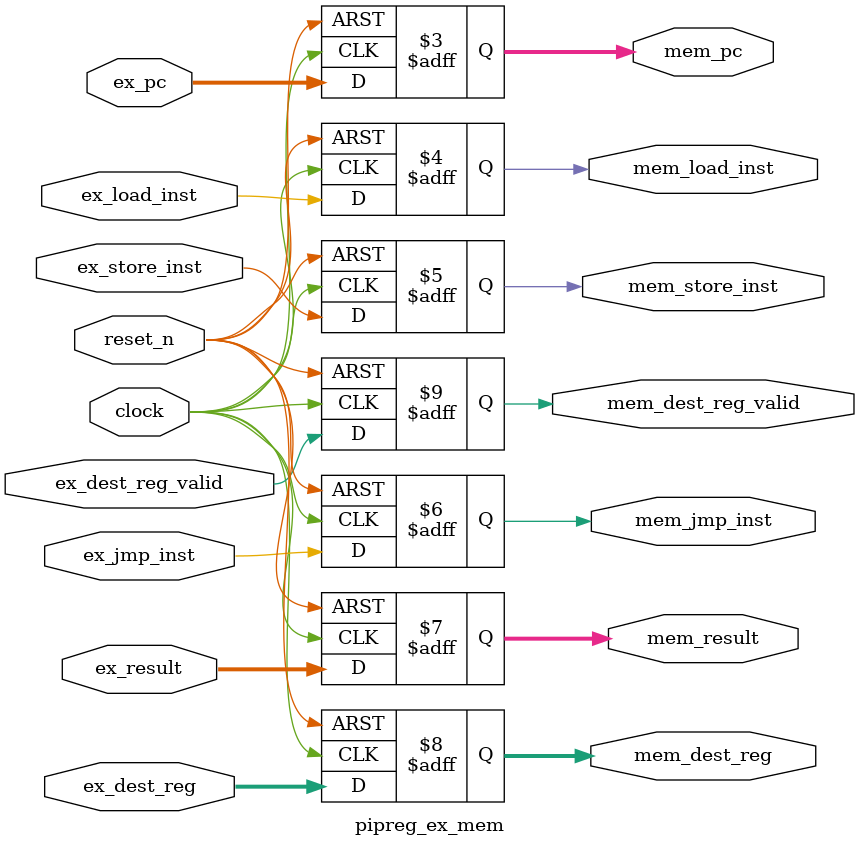
<source format=sv>
module pipreg_ex_mem(

  input [31:0] ex_pc,
  input [0:0] ex_load_inst,
  input [0:0] ex_store_inst,
  input [0:0] ex_jmp_inst,
  input [31:0] ex_result,
  input [4:0] ex_dest_reg,
  input [0:0] ex_dest_reg_valid,


  output reg [31:0] mem_pc,
  output reg [0:0] mem_load_inst,
  output reg [0:0] mem_store_inst,
  output reg [0:0] mem_jmp_inst,
  output reg [31:0] mem_result,
  output reg [4:0] mem_dest_reg,
  output reg [0:0] mem_dest_reg_valid,

  input clock,
  input reset_n
);

  always_ff @(posedge clock, negedge reset_n) begin
    if (~reset_n) begin
    
      mem_pc <= 'b0;
      mem_load_inst <= 'b0;
      mem_store_inst <= 'b0;
      mem_jmp_inst <= 'b0;
      mem_result <= 'b0;
      mem_dest_reg <= 'b0;
      mem_dest_reg_valid <= 'b0;
    end
    else begin
    
      mem_pc <= ex_pc;
      mem_load_inst <= ex_load_inst;
      mem_store_inst <= ex_store_inst;
      mem_jmp_inst <= ex_jmp_inst;
      mem_result <= ex_result;
      mem_dest_reg <= ex_dest_reg;
      mem_dest_reg_valid <= ex_dest_reg_valid;
    end
  end

endmodule

</source>
